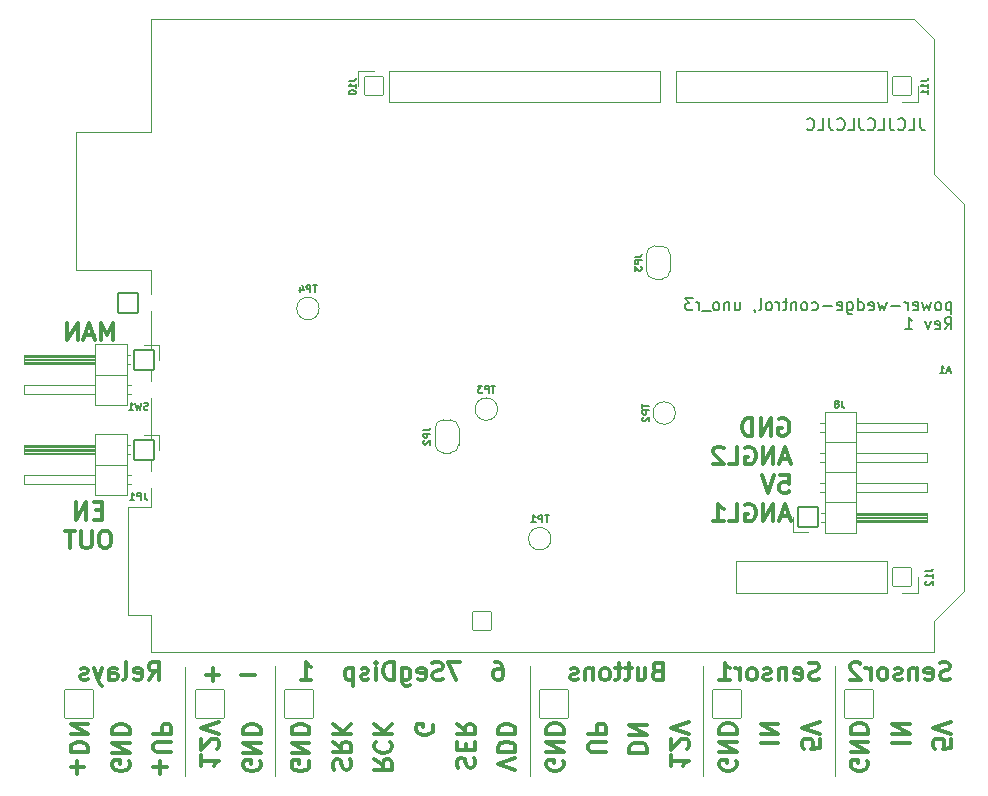
<source format=gbo>
%TF.GenerationSoftware,KiCad,Pcbnew,(6.0.1-0)*%
%TF.CreationDate,2022-02-06T09:10:28-08:00*%
%TF.ProjectId,power-wedge-control,706f7765-722d-4776-9564-67652d636f6e,1*%
%TF.SameCoordinates,Original*%
%TF.FileFunction,Legend,Bot*%
%TF.FilePolarity,Positive*%
%FSLAX46Y46*%
G04 Gerber Fmt 4.6, Leading zero omitted, Abs format (unit mm)*
G04 Created by KiCad (PCBNEW (6.0.1-0)) date 2022-02-06 09:10:28*
%MOMM*%
%LPD*%
G01*
G04 APERTURE LIST*
G04 Aperture macros list*
%AMRoundRect*
0 Rectangle with rounded corners*
0 $1 Rounding radius*
0 $2 $3 $4 $5 $6 $7 $8 $9 X,Y pos of 4 corners*
0 Add a 4 corners polygon primitive as box body*
4,1,4,$2,$3,$4,$5,$6,$7,$8,$9,$2,$3,0*
0 Add four circle primitives for the rounded corners*
1,1,$1+$1,$2,$3*
1,1,$1+$1,$4,$5*
1,1,$1+$1,$6,$7*
1,1,$1+$1,$8,$9*
0 Add four rect primitives between the rounded corners*
20,1,$1+$1,$2,$3,$4,$5,0*
20,1,$1+$1,$4,$5,$6,$7,0*
20,1,$1+$1,$6,$7,$8,$9,0*
20,1,$1+$1,$8,$9,$2,$3,0*%
%AMFreePoly0*
4,1,37,0.535921,0.785921,0.550800,0.750000,0.550800,-0.750000,0.535921,-0.785921,0.500000,-0.800800,0.000000,-0.800800,-0.012526,-0.795612,-0.080872,-0.794359,-0.095090,-0.792057,-0.230405,-0.749782,-0.243405,-0.743581,-0.361415,-0.665026,-0.372153,-0.655426,-0.463373,-0.546907,-0.470984,-0.534678,-0.528079,-0.404919,-0.531952,-0.391047,-0.549535,-0.256587,-0.548147,-0.256405,-0.550800,-0.250000,
-0.550800,0.250000,-0.550314,0.251174,-0.550158,0.263925,-0.528347,0.404002,-0.524136,0.417775,-0.463888,0.546100,-0.455980,0.558139,-0.362136,0.664397,-0.351168,0.673732,-0.231273,0.749380,-0.218125,0.755261,-0.081818,0.794218,-0.067547,0.796173,-0.011991,0.795833,0.000000,0.800800,0.500000,0.800800,0.535921,0.785921,0.535921,0.785921,$1*%
%AMFreePoly1*
4,1,37,0.012350,0.795685,0.074215,0.795307,0.088460,0.793178,0.224281,0.752559,0.237356,0.746518,0.356318,0.669411,0.367173,0.659942,0.459711,0.552545,0.467470,0.540411,0.526147,0.411359,0.530190,0.397535,0.550287,0.257202,0.550800,0.250000,0.550800,-0.250000,0.550796,-0.250620,0.550647,-0.262836,0.549947,-0.270644,0.526427,-0.410445,0.522048,-0.424167,0.460236,-0.551746,
0.452182,-0.563686,0.357047,-0.668790,0.345965,-0.677991,0.225155,-0.752168,0.211936,-0.757888,0.075163,-0.795177,0.060870,-0.796957,0.011464,-0.796051,0.000000,-0.800800,-0.500000,-0.800800,-0.535921,-0.785921,-0.550800,-0.750000,-0.550800,0.750000,-0.535921,0.785921,-0.500000,0.800800,0.000000,0.800800,0.012350,0.795685,0.012350,0.795685,$1*%
G04 Aperture macros list end*
%ADD10C,0.120000*%
%ADD11C,0.300000*%
%ADD12C,0.150000*%
%ADD13C,0.200000*%
%ADD14RoundRect,0.050800X-1.200000X-1.200000X1.200000X-1.200000X1.200000X1.200000X-1.200000X1.200000X0*%
%ADD15C,2.501600*%
%ADD16RoundRect,0.050800X0.850000X-0.850000X0.850000X0.850000X-0.850000X0.850000X-0.850000X-0.850000X0*%
%ADD17O,1.801600X1.801600*%
%ADD18C,1.601600*%
%ADD19FreePoly0,90.000000*%
%ADD20FreePoly1,90.000000*%
%ADD21RoundRect,0.050800X-0.800000X0.800000X-0.800000X-0.800000X0.800000X-0.800000X0.800000X0.800000X0*%
%ADD22C,1.701600*%
%ADD23O,1.701600X1.701600*%
%ADD24RoundRect,0.050800X0.850000X0.850000X-0.850000X0.850000X-0.850000X-0.850000X0.850000X-0.850000X0*%
%ADD25RoundRect,0.050800X-0.850000X-0.850000X0.850000X-0.850000X0.850000X0.850000X-0.850000X0.850000X0*%
%ADD26FreePoly0,270.000000*%
%ADD27FreePoly1,270.000000*%
%ADD28RoundRect,0.050800X0.800000X-0.800000X0.800000X0.800000X-0.800000X0.800000X-0.800000X-0.800000X0*%
G04 APERTURE END LIST*
D10*
X179832000Y-131470400D02*
X179832000Y-140766800D01*
X168656000Y-131470400D02*
X168656000Y-140766800D01*
X154025600Y-131470400D02*
X154025600Y-140766800D01*
X124866400Y-131495800D02*
X124866400Y-140792200D01*
X132435600Y-131445000D02*
X132435600Y-140741400D01*
D11*
X140859428Y-139361714D02*
X141573714Y-139861714D01*
X140859428Y-140218857D02*
X142359428Y-140218857D01*
X142359428Y-139647428D01*
X142288000Y-139504571D01*
X142216571Y-139433142D01*
X142073714Y-139361714D01*
X141859428Y-139361714D01*
X141716571Y-139433142D01*
X141645142Y-139504571D01*
X141573714Y-139647428D01*
X141573714Y-140218857D01*
X141002285Y-137861714D02*
X140930857Y-137933142D01*
X140859428Y-138147428D01*
X140859428Y-138290285D01*
X140930857Y-138504571D01*
X141073714Y-138647428D01*
X141216571Y-138718857D01*
X141502285Y-138790285D01*
X141716571Y-138790285D01*
X142002285Y-138718857D01*
X142145142Y-138647428D01*
X142288000Y-138504571D01*
X142359428Y-138290285D01*
X142359428Y-138147428D01*
X142288000Y-137933142D01*
X142216571Y-137861714D01*
X140859428Y-137218857D02*
X142359428Y-137218857D01*
X140859428Y-136361714D02*
X141716571Y-137004571D01*
X142359428Y-136361714D02*
X141502285Y-137218857D01*
D12*
X187067247Y-85075780D02*
X187067247Y-85790066D01*
X187114866Y-85932923D01*
X187210104Y-86028161D01*
X187352961Y-86075780D01*
X187448200Y-86075780D01*
X186114866Y-86075780D02*
X186591057Y-86075780D01*
X186591057Y-85075780D01*
X185210104Y-85980542D02*
X185257723Y-86028161D01*
X185400580Y-86075780D01*
X185495819Y-86075780D01*
X185638676Y-86028161D01*
X185733914Y-85932923D01*
X185781533Y-85837685D01*
X185829152Y-85647209D01*
X185829152Y-85504352D01*
X185781533Y-85313876D01*
X185733914Y-85218638D01*
X185638676Y-85123400D01*
X185495819Y-85075780D01*
X185400580Y-85075780D01*
X185257723Y-85123400D01*
X185210104Y-85171019D01*
X184495819Y-85075780D02*
X184495819Y-85790066D01*
X184543438Y-85932923D01*
X184638676Y-86028161D01*
X184781533Y-86075780D01*
X184876771Y-86075780D01*
X183543438Y-86075780D02*
X184019628Y-86075780D01*
X184019628Y-85075780D01*
X182638676Y-85980542D02*
X182686295Y-86028161D01*
X182829152Y-86075780D01*
X182924390Y-86075780D01*
X183067247Y-86028161D01*
X183162485Y-85932923D01*
X183210104Y-85837685D01*
X183257723Y-85647209D01*
X183257723Y-85504352D01*
X183210104Y-85313876D01*
X183162485Y-85218638D01*
X183067247Y-85123400D01*
X182924390Y-85075780D01*
X182829152Y-85075780D01*
X182686295Y-85123400D01*
X182638676Y-85171019D01*
X181924390Y-85075780D02*
X181924390Y-85790066D01*
X181972009Y-85932923D01*
X182067247Y-86028161D01*
X182210104Y-86075780D01*
X182305342Y-86075780D01*
X180972009Y-86075780D02*
X181448200Y-86075780D01*
X181448200Y-85075780D01*
X180067247Y-85980542D02*
X180114866Y-86028161D01*
X180257723Y-86075780D01*
X180352961Y-86075780D01*
X180495819Y-86028161D01*
X180591057Y-85932923D01*
X180638676Y-85837685D01*
X180686295Y-85647209D01*
X180686295Y-85504352D01*
X180638676Y-85313876D01*
X180591057Y-85218638D01*
X180495819Y-85123400D01*
X180352961Y-85075780D01*
X180257723Y-85075780D01*
X180114866Y-85123400D01*
X180067247Y-85171019D01*
X179352961Y-85075780D02*
X179352961Y-85790066D01*
X179400580Y-85932923D01*
X179495819Y-86028161D01*
X179638676Y-86075780D01*
X179733914Y-86075780D01*
X178400580Y-86075780D02*
X178876771Y-86075780D01*
X178876771Y-85075780D01*
X177495819Y-85980542D02*
X177543438Y-86028161D01*
X177686295Y-86075780D01*
X177781533Y-86075780D01*
X177924390Y-86028161D01*
X178019628Y-85932923D01*
X178067247Y-85837685D01*
X178114866Y-85647209D01*
X178114866Y-85504352D01*
X178067247Y-85313876D01*
X178019628Y-85218638D01*
X177924390Y-85123400D01*
X177781533Y-85075780D01*
X177686295Y-85075780D01*
X177543438Y-85123400D01*
X177495819Y-85171019D01*
D11*
X135288000Y-139504571D02*
X135359428Y-139647428D01*
X135359428Y-139861714D01*
X135288000Y-140076000D01*
X135145142Y-140218857D01*
X135002285Y-140290285D01*
X134716571Y-140361714D01*
X134502285Y-140361714D01*
X134216571Y-140290285D01*
X134073714Y-140218857D01*
X133930857Y-140076000D01*
X133859428Y-139861714D01*
X133859428Y-139718857D01*
X133930857Y-139504571D01*
X134002285Y-139433142D01*
X134502285Y-139433142D01*
X134502285Y-139718857D01*
X133859428Y-138790285D02*
X135359428Y-138790285D01*
X133859428Y-137933142D01*
X135359428Y-137933142D01*
X133859428Y-137218857D02*
X135359428Y-137218857D01*
X135359428Y-136861714D01*
X135288000Y-136647428D01*
X135145142Y-136504571D01*
X135002285Y-136433142D01*
X134716571Y-136361714D01*
X134502285Y-136361714D01*
X134216571Y-136433142D01*
X134073714Y-136504571D01*
X133930857Y-136647428D01*
X133859428Y-136861714D01*
X133859428Y-137218857D01*
X184709428Y-137954571D02*
X186209428Y-137954571D01*
X184709428Y-137240285D02*
X186209428Y-137240285D01*
X184709428Y-136383142D01*
X186209428Y-136383142D01*
X126209428Y-139026000D02*
X126209428Y-139883142D01*
X126209428Y-139454571D02*
X127709428Y-139454571D01*
X127495142Y-139597428D01*
X127352285Y-139740285D01*
X127280857Y-139883142D01*
X127566571Y-138454571D02*
X127638000Y-138383142D01*
X127709428Y-138240285D01*
X127709428Y-137883142D01*
X127638000Y-137740285D01*
X127566571Y-137668857D01*
X127423714Y-137597428D01*
X127280857Y-137597428D01*
X127066571Y-137668857D01*
X126209428Y-138526000D01*
X126209428Y-137597428D01*
X127709428Y-137168857D02*
X126209428Y-136668857D01*
X127709428Y-136168857D01*
X115716857Y-140605628D02*
X115716857Y-139462771D01*
X115145428Y-140034200D02*
X116288285Y-140034200D01*
X115145428Y-138748485D02*
X116645428Y-138748485D01*
X116645428Y-138391342D01*
X116574000Y-138177057D01*
X116431142Y-138034200D01*
X116288285Y-137962771D01*
X116002571Y-137891342D01*
X115788285Y-137891342D01*
X115502571Y-137962771D01*
X115359714Y-138034200D01*
X115216857Y-138177057D01*
X115145428Y-138391342D01*
X115145428Y-138748485D01*
X115145428Y-137248485D02*
X116645428Y-137248485D01*
X115145428Y-136391342D01*
X116645428Y-136391342D01*
X165959428Y-139026000D02*
X165959428Y-139883142D01*
X165959428Y-139454571D02*
X167459428Y-139454571D01*
X167245142Y-139597428D01*
X167102285Y-139740285D01*
X167030857Y-139883142D01*
X167316571Y-138454571D02*
X167388000Y-138383142D01*
X167459428Y-138240285D01*
X167459428Y-137883142D01*
X167388000Y-137740285D01*
X167316571Y-137668857D01*
X167173714Y-137597428D01*
X167030857Y-137597428D01*
X166816571Y-137668857D01*
X165959428Y-138526000D01*
X165959428Y-137597428D01*
X167459428Y-137168857D02*
X165959428Y-136668857D01*
X167459428Y-136168857D01*
X178509085Y-132585542D02*
X178294800Y-132656971D01*
X177937657Y-132656971D01*
X177794800Y-132585542D01*
X177723371Y-132514114D01*
X177651942Y-132371257D01*
X177651942Y-132228400D01*
X177723371Y-132085542D01*
X177794800Y-132014114D01*
X177937657Y-131942685D01*
X178223371Y-131871257D01*
X178366228Y-131799828D01*
X178437657Y-131728400D01*
X178509085Y-131585542D01*
X178509085Y-131442685D01*
X178437657Y-131299828D01*
X178366228Y-131228400D01*
X178223371Y-131156971D01*
X177866228Y-131156971D01*
X177651942Y-131228400D01*
X176437657Y-132585542D02*
X176580514Y-132656971D01*
X176866228Y-132656971D01*
X177009085Y-132585542D01*
X177080514Y-132442685D01*
X177080514Y-131871257D01*
X177009085Y-131728400D01*
X176866228Y-131656971D01*
X176580514Y-131656971D01*
X176437657Y-131728400D01*
X176366228Y-131871257D01*
X176366228Y-132014114D01*
X177080514Y-132156971D01*
X175723371Y-131656971D02*
X175723371Y-132656971D01*
X175723371Y-131799828D02*
X175651942Y-131728400D01*
X175509085Y-131656971D01*
X175294800Y-131656971D01*
X175151942Y-131728400D01*
X175080514Y-131871257D01*
X175080514Y-132656971D01*
X174437657Y-132585542D02*
X174294800Y-132656971D01*
X174009085Y-132656971D01*
X173866228Y-132585542D01*
X173794800Y-132442685D01*
X173794800Y-132371257D01*
X173866228Y-132228400D01*
X174009085Y-132156971D01*
X174223371Y-132156971D01*
X174366228Y-132085542D01*
X174437657Y-131942685D01*
X174437657Y-131871257D01*
X174366228Y-131728400D01*
X174223371Y-131656971D01*
X174009085Y-131656971D01*
X173866228Y-131728400D01*
X172937657Y-132656971D02*
X173080514Y-132585542D01*
X173151942Y-132514114D01*
X173223371Y-132371257D01*
X173223371Y-131942685D01*
X173151942Y-131799828D01*
X173080514Y-131728400D01*
X172937657Y-131656971D01*
X172723371Y-131656971D01*
X172580514Y-131728400D01*
X172509085Y-131799828D01*
X172437657Y-131942685D01*
X172437657Y-132371257D01*
X172509085Y-132514114D01*
X172580514Y-132585542D01*
X172723371Y-132656971D01*
X172937657Y-132656971D01*
X171794800Y-132656971D02*
X171794800Y-131656971D01*
X171794800Y-131942685D02*
X171723371Y-131799828D01*
X171651942Y-131728400D01*
X171509085Y-131656971D01*
X171366228Y-131656971D01*
X170080514Y-132656971D02*
X170937657Y-132656971D01*
X170509085Y-132656971D02*
X170509085Y-131156971D01*
X170651942Y-131371257D01*
X170794800Y-131514114D01*
X170937657Y-131585542D01*
X147932057Y-140076000D02*
X147860628Y-139861714D01*
X147860628Y-139504571D01*
X147932057Y-139361714D01*
X148003485Y-139290285D01*
X148146342Y-139218857D01*
X148289200Y-139218857D01*
X148432057Y-139290285D01*
X148503485Y-139361714D01*
X148574914Y-139504571D01*
X148646342Y-139790285D01*
X148717771Y-139933142D01*
X148789200Y-140004571D01*
X148932057Y-140076000D01*
X149074914Y-140076000D01*
X149217771Y-140004571D01*
X149289200Y-139933142D01*
X149360628Y-139790285D01*
X149360628Y-139433142D01*
X149289200Y-139218857D01*
X148646342Y-138576000D02*
X148646342Y-138076000D01*
X147860628Y-137861714D02*
X147860628Y-138576000D01*
X149360628Y-138576000D01*
X149360628Y-137861714D01*
X147860628Y-136361714D02*
X148574914Y-136861714D01*
X147860628Y-137218857D02*
X149360628Y-137218857D01*
X149360628Y-136647428D01*
X149289200Y-136504571D01*
X149217771Y-136433142D01*
X149074914Y-136361714D01*
X148860628Y-136361714D01*
X148717771Y-136433142D01*
X148646342Y-136504571D01*
X148574914Y-136647428D01*
X148574914Y-137218857D01*
X151062342Y-131106171D02*
X151348057Y-131106171D01*
X151490914Y-131177600D01*
X151562342Y-131249028D01*
X151705200Y-131463314D01*
X151776628Y-131749028D01*
X151776628Y-132320457D01*
X151705200Y-132463314D01*
X151633771Y-132534742D01*
X151490914Y-132606171D01*
X151205200Y-132606171D01*
X151062342Y-132534742D01*
X150990914Y-132463314D01*
X150919485Y-132320457D01*
X150919485Y-131963314D01*
X150990914Y-131820457D01*
X151062342Y-131749028D01*
X151205200Y-131677600D01*
X151490914Y-131677600D01*
X151633771Y-131749028D01*
X151705200Y-131820457D01*
X151776628Y-131963314D01*
X148133771Y-131106171D02*
X147133771Y-131106171D01*
X147776628Y-132606171D01*
X146633771Y-132534742D02*
X146419485Y-132606171D01*
X146062342Y-132606171D01*
X145919485Y-132534742D01*
X145848057Y-132463314D01*
X145776628Y-132320457D01*
X145776628Y-132177600D01*
X145848057Y-132034742D01*
X145919485Y-131963314D01*
X146062342Y-131891885D01*
X146348057Y-131820457D01*
X146490914Y-131749028D01*
X146562342Y-131677600D01*
X146633771Y-131534742D01*
X146633771Y-131391885D01*
X146562342Y-131249028D01*
X146490914Y-131177600D01*
X146348057Y-131106171D01*
X145990914Y-131106171D01*
X145776628Y-131177600D01*
X144562342Y-132534742D02*
X144705200Y-132606171D01*
X144990914Y-132606171D01*
X145133771Y-132534742D01*
X145205200Y-132391885D01*
X145205200Y-131820457D01*
X145133771Y-131677600D01*
X144990914Y-131606171D01*
X144705200Y-131606171D01*
X144562342Y-131677600D01*
X144490914Y-131820457D01*
X144490914Y-131963314D01*
X145205200Y-132106171D01*
X143205200Y-131606171D02*
X143205200Y-132820457D01*
X143276628Y-132963314D01*
X143348057Y-133034742D01*
X143490914Y-133106171D01*
X143705200Y-133106171D01*
X143848057Y-133034742D01*
X143205200Y-132534742D02*
X143348057Y-132606171D01*
X143633771Y-132606171D01*
X143776628Y-132534742D01*
X143848057Y-132463314D01*
X143919485Y-132320457D01*
X143919485Y-131891885D01*
X143848057Y-131749028D01*
X143776628Y-131677600D01*
X143633771Y-131606171D01*
X143348057Y-131606171D01*
X143205200Y-131677600D01*
X142490914Y-132606171D02*
X142490914Y-131106171D01*
X142133771Y-131106171D01*
X141919485Y-131177600D01*
X141776628Y-131320457D01*
X141705200Y-131463314D01*
X141633771Y-131749028D01*
X141633771Y-131963314D01*
X141705200Y-132249028D01*
X141776628Y-132391885D01*
X141919485Y-132534742D01*
X142133771Y-132606171D01*
X142490914Y-132606171D01*
X140990914Y-132606171D02*
X140990914Y-131606171D01*
X140990914Y-131106171D02*
X141062342Y-131177600D01*
X140990914Y-131249028D01*
X140919485Y-131177600D01*
X140990914Y-131106171D01*
X140990914Y-131249028D01*
X140348057Y-132534742D02*
X140205200Y-132606171D01*
X139919485Y-132606171D01*
X139776628Y-132534742D01*
X139705200Y-132391885D01*
X139705200Y-132320457D01*
X139776628Y-132177600D01*
X139919485Y-132106171D01*
X140133771Y-132106171D01*
X140276628Y-132034742D01*
X140348057Y-131891885D01*
X140348057Y-131820457D01*
X140276628Y-131677600D01*
X140133771Y-131606171D01*
X139919485Y-131606171D01*
X139776628Y-131677600D01*
X139062342Y-131606171D02*
X139062342Y-133106171D01*
X139062342Y-131677600D02*
X138919485Y-131606171D01*
X138633771Y-131606171D01*
X138490914Y-131677600D01*
X138419485Y-131749028D01*
X138348057Y-131891885D01*
X138348057Y-132320457D01*
X138419485Y-132463314D01*
X138490914Y-132534742D01*
X138633771Y-132606171D01*
X138919485Y-132606171D01*
X139062342Y-132534742D01*
X134633771Y-132606171D02*
X135490914Y-132606171D01*
X135062342Y-132606171D02*
X135062342Y-131106171D01*
X135205200Y-131320457D01*
X135348057Y-131463314D01*
X135490914Y-131534742D01*
X156838000Y-139454571D02*
X156909428Y-139597428D01*
X156909428Y-139811714D01*
X156838000Y-140026000D01*
X156695142Y-140168857D01*
X156552285Y-140240285D01*
X156266571Y-140311714D01*
X156052285Y-140311714D01*
X155766571Y-140240285D01*
X155623714Y-140168857D01*
X155480857Y-140026000D01*
X155409428Y-139811714D01*
X155409428Y-139668857D01*
X155480857Y-139454571D01*
X155552285Y-139383142D01*
X156052285Y-139383142D01*
X156052285Y-139668857D01*
X155409428Y-138740285D02*
X156909428Y-138740285D01*
X155409428Y-137883142D01*
X156909428Y-137883142D01*
X155409428Y-137168857D02*
X156909428Y-137168857D01*
X156909428Y-136811714D01*
X156838000Y-136597428D01*
X156695142Y-136454571D01*
X156552285Y-136383142D01*
X156266571Y-136311714D01*
X156052285Y-136311714D01*
X155766571Y-136383142D01*
X155623714Y-136454571D01*
X155480857Y-136597428D01*
X155409428Y-136811714D01*
X155409428Y-137168857D01*
X130747828Y-132187142D02*
X129604971Y-132187142D01*
X127747828Y-132187142D02*
X126604971Y-132187142D01*
X127176400Y-132758571D02*
X127176400Y-131615714D01*
X137430857Y-140218857D02*
X137359428Y-140004571D01*
X137359428Y-139647428D01*
X137430857Y-139504571D01*
X137502285Y-139433142D01*
X137645142Y-139361714D01*
X137788000Y-139361714D01*
X137930857Y-139433142D01*
X138002285Y-139504571D01*
X138073714Y-139647428D01*
X138145142Y-139933142D01*
X138216571Y-140076000D01*
X138288000Y-140147428D01*
X138430857Y-140218857D01*
X138573714Y-140218857D01*
X138716571Y-140147428D01*
X138788000Y-140076000D01*
X138859428Y-139933142D01*
X138859428Y-139576000D01*
X138788000Y-139361714D01*
X137359428Y-137861714D02*
X138073714Y-138361714D01*
X137359428Y-138718857D02*
X138859428Y-138718857D01*
X138859428Y-138147428D01*
X138788000Y-138004571D01*
X138716571Y-137933142D01*
X138573714Y-137861714D01*
X138359428Y-137861714D01*
X138216571Y-137933142D01*
X138145142Y-138004571D01*
X138073714Y-138147428D01*
X138073714Y-138718857D01*
X137359428Y-137218857D02*
X138859428Y-137218857D01*
X137359428Y-136361714D02*
X138216571Y-137004571D01*
X138859428Y-136361714D02*
X138002285Y-137218857D01*
X162459428Y-138790285D02*
X163959428Y-138790285D01*
X163959428Y-138433142D01*
X163888000Y-138218857D01*
X163745142Y-138076000D01*
X163602285Y-138004571D01*
X163316571Y-137933142D01*
X163102285Y-137933142D01*
X162816571Y-138004571D01*
X162673714Y-138076000D01*
X162530857Y-138218857D01*
X162459428Y-138433142D01*
X162459428Y-138790285D01*
X162459428Y-137290285D02*
X163959428Y-137290285D01*
X162459428Y-136433142D01*
X163959428Y-136433142D01*
X160459428Y-138748485D02*
X159245142Y-138748485D01*
X159102285Y-138677057D01*
X159030857Y-138605628D01*
X158959428Y-138462771D01*
X158959428Y-138177057D01*
X159030857Y-138034200D01*
X159102285Y-137962771D01*
X159245142Y-137891342D01*
X160459428Y-137891342D01*
X158959428Y-137177057D02*
X160459428Y-137177057D01*
X160459428Y-136605628D01*
X160388000Y-136462771D01*
X160316571Y-136391342D01*
X160173714Y-136319914D01*
X159959428Y-136319914D01*
X159816571Y-136391342D01*
X159745142Y-136462771D01*
X159673714Y-136605628D01*
X159673714Y-137177057D01*
X117807142Y-118285357D02*
X117307142Y-118285357D01*
X117092857Y-119071071D02*
X117807142Y-119071071D01*
X117807142Y-117571071D01*
X117092857Y-117571071D01*
X116450000Y-119071071D02*
X116450000Y-117571071D01*
X115592857Y-119071071D01*
X115592857Y-117571071D01*
X118200000Y-119986071D02*
X117914285Y-119986071D01*
X117771428Y-120057500D01*
X117628571Y-120200357D01*
X117557142Y-120486071D01*
X117557142Y-120986071D01*
X117628571Y-121271785D01*
X117771428Y-121414642D01*
X117914285Y-121486071D01*
X118200000Y-121486071D01*
X118342857Y-121414642D01*
X118485714Y-121271785D01*
X118557142Y-120986071D01*
X118557142Y-120486071D01*
X118485714Y-120200357D01*
X118342857Y-120057500D01*
X118200000Y-119986071D01*
X116914285Y-119986071D02*
X116914285Y-121200357D01*
X116842857Y-121343214D01*
X116771428Y-121414642D01*
X116628571Y-121486071D01*
X116342857Y-121486071D01*
X116200000Y-121414642D01*
X116128571Y-121343214D01*
X116057142Y-121200357D01*
X116057142Y-119986071D01*
X115557142Y-119986071D02*
X114700000Y-119986071D01*
X115128571Y-121486071D02*
X115128571Y-119986071D01*
X145788000Y-136433142D02*
X145859428Y-136576000D01*
X145859428Y-136790285D01*
X145788000Y-137004571D01*
X145645142Y-137147428D01*
X145502285Y-137218857D01*
X145216571Y-137290285D01*
X145002285Y-137290285D01*
X144716571Y-137218857D01*
X144573714Y-137147428D01*
X144430857Y-137004571D01*
X144359428Y-136790285D01*
X144359428Y-136647428D01*
X144430857Y-136433142D01*
X144502285Y-136361714D01*
X145002285Y-136361714D01*
X145002285Y-136647428D01*
X122727257Y-140605628D02*
X122727257Y-139462771D01*
X122155828Y-140034200D02*
X123298685Y-140034200D01*
X123655828Y-138748485D02*
X122441542Y-138748485D01*
X122298685Y-138677057D01*
X122227257Y-138605628D01*
X122155828Y-138462771D01*
X122155828Y-138177057D01*
X122227257Y-138034200D01*
X122298685Y-137962771D01*
X122441542Y-137891342D01*
X123655828Y-137891342D01*
X122155828Y-137177057D02*
X123655828Y-137177057D01*
X123655828Y-136605628D01*
X123584400Y-136462771D01*
X123512971Y-136391342D01*
X123370114Y-136319914D01*
X123155828Y-136319914D01*
X123012971Y-136391342D01*
X122941542Y-136462771D01*
X122870114Y-136605628D01*
X122870114Y-137177057D01*
X189695828Y-137668857D02*
X189695828Y-138383142D01*
X188981542Y-138454571D01*
X189052971Y-138383142D01*
X189124400Y-138240285D01*
X189124400Y-137883142D01*
X189052971Y-137740285D01*
X188981542Y-137668857D01*
X188838685Y-137597428D01*
X188481542Y-137597428D01*
X188338685Y-137668857D01*
X188267257Y-137740285D01*
X188195828Y-137883142D01*
X188195828Y-138240285D01*
X188267257Y-138383142D01*
X188338685Y-138454571D01*
X189695828Y-137168857D02*
X188195828Y-136668857D01*
X189695828Y-136168857D01*
X171488800Y-139454571D02*
X171560228Y-139597428D01*
X171560228Y-139811714D01*
X171488800Y-140026000D01*
X171345942Y-140168857D01*
X171203085Y-140240285D01*
X170917371Y-140311714D01*
X170703085Y-140311714D01*
X170417371Y-140240285D01*
X170274514Y-140168857D01*
X170131657Y-140026000D01*
X170060228Y-139811714D01*
X170060228Y-139668857D01*
X170131657Y-139454571D01*
X170203085Y-139383142D01*
X170703085Y-139383142D01*
X170703085Y-139668857D01*
X170060228Y-138740285D02*
X171560228Y-138740285D01*
X170060228Y-137883142D01*
X171560228Y-137883142D01*
X170060228Y-137168857D02*
X171560228Y-137168857D01*
X171560228Y-136811714D01*
X171488800Y-136597428D01*
X171345942Y-136454571D01*
X171203085Y-136383142D01*
X170917371Y-136311714D01*
X170703085Y-136311714D01*
X170417371Y-136383142D01*
X170274514Y-136454571D01*
X170131657Y-136597428D01*
X170060228Y-136811714D01*
X170060228Y-137168857D01*
X175141342Y-110537100D02*
X175284200Y-110465671D01*
X175498485Y-110465671D01*
X175712771Y-110537100D01*
X175855628Y-110679957D01*
X175927057Y-110822814D01*
X175998485Y-111108528D01*
X175998485Y-111322814D01*
X175927057Y-111608528D01*
X175855628Y-111751385D01*
X175712771Y-111894242D01*
X175498485Y-111965671D01*
X175355628Y-111965671D01*
X175141342Y-111894242D01*
X175069914Y-111822814D01*
X175069914Y-111322814D01*
X175355628Y-111322814D01*
X174427057Y-111965671D02*
X174427057Y-110465671D01*
X173569914Y-111965671D01*
X173569914Y-110465671D01*
X172855628Y-111965671D02*
X172855628Y-110465671D01*
X172498485Y-110465671D01*
X172284200Y-110537100D01*
X172141342Y-110679957D01*
X172069914Y-110822814D01*
X171998485Y-111108528D01*
X171998485Y-111322814D01*
X172069914Y-111608528D01*
X172141342Y-111751385D01*
X172284200Y-111894242D01*
X172498485Y-111965671D01*
X172855628Y-111965671D01*
X175998485Y-113952100D02*
X175284200Y-113952100D01*
X176141342Y-114380671D02*
X175641342Y-112880671D01*
X175141342Y-114380671D01*
X174641342Y-114380671D02*
X174641342Y-112880671D01*
X173784200Y-114380671D01*
X173784200Y-112880671D01*
X172284200Y-112952100D02*
X172427057Y-112880671D01*
X172641342Y-112880671D01*
X172855628Y-112952100D01*
X172998485Y-113094957D01*
X173069914Y-113237814D01*
X173141342Y-113523528D01*
X173141342Y-113737814D01*
X173069914Y-114023528D01*
X172998485Y-114166385D01*
X172855628Y-114309242D01*
X172641342Y-114380671D01*
X172498485Y-114380671D01*
X172284200Y-114309242D01*
X172212771Y-114237814D01*
X172212771Y-113737814D01*
X172498485Y-113737814D01*
X170855628Y-114380671D02*
X171569914Y-114380671D01*
X171569914Y-112880671D01*
X170427057Y-113023528D02*
X170355628Y-112952100D01*
X170212771Y-112880671D01*
X169855628Y-112880671D01*
X169712771Y-112952100D01*
X169641342Y-113023528D01*
X169569914Y-113166385D01*
X169569914Y-113309242D01*
X169641342Y-113523528D01*
X170498485Y-114380671D01*
X169569914Y-114380671D01*
X175212771Y-115295671D02*
X175927057Y-115295671D01*
X175998485Y-116009957D01*
X175927057Y-115938528D01*
X175784200Y-115867100D01*
X175427057Y-115867100D01*
X175284200Y-115938528D01*
X175212771Y-116009957D01*
X175141342Y-116152814D01*
X175141342Y-116509957D01*
X175212771Y-116652814D01*
X175284200Y-116724242D01*
X175427057Y-116795671D01*
X175784200Y-116795671D01*
X175927057Y-116724242D01*
X175998485Y-116652814D01*
X174712771Y-115295671D02*
X174212771Y-116795671D01*
X173712771Y-115295671D01*
X175998485Y-118782100D02*
X175284200Y-118782100D01*
X176141342Y-119210671D02*
X175641342Y-117710671D01*
X175141342Y-119210671D01*
X174641342Y-119210671D02*
X174641342Y-117710671D01*
X173784200Y-119210671D01*
X173784200Y-117710671D01*
X172284200Y-117782100D02*
X172427057Y-117710671D01*
X172641342Y-117710671D01*
X172855628Y-117782100D01*
X172998485Y-117924957D01*
X173069914Y-118067814D01*
X173141342Y-118353528D01*
X173141342Y-118567814D01*
X173069914Y-118853528D01*
X172998485Y-118996385D01*
X172855628Y-119139242D01*
X172641342Y-119210671D01*
X172498485Y-119210671D01*
X172284200Y-119139242D01*
X172212771Y-119067814D01*
X172212771Y-118567814D01*
X172498485Y-118567814D01*
X170855628Y-119210671D02*
X171569914Y-119210671D01*
X171569914Y-117710671D01*
X169569914Y-119210671D02*
X170427057Y-119210671D01*
X169998485Y-119210671D02*
X169998485Y-117710671D01*
X170141342Y-117924957D01*
X170284200Y-118067814D01*
X170427057Y-118139242D01*
X189583485Y-132534742D02*
X189369200Y-132606171D01*
X189012057Y-132606171D01*
X188869200Y-132534742D01*
X188797771Y-132463314D01*
X188726342Y-132320457D01*
X188726342Y-132177600D01*
X188797771Y-132034742D01*
X188869200Y-131963314D01*
X189012057Y-131891885D01*
X189297771Y-131820457D01*
X189440628Y-131749028D01*
X189512057Y-131677600D01*
X189583485Y-131534742D01*
X189583485Y-131391885D01*
X189512057Y-131249028D01*
X189440628Y-131177600D01*
X189297771Y-131106171D01*
X188940628Y-131106171D01*
X188726342Y-131177600D01*
X187512057Y-132534742D02*
X187654914Y-132606171D01*
X187940628Y-132606171D01*
X188083485Y-132534742D01*
X188154914Y-132391885D01*
X188154914Y-131820457D01*
X188083485Y-131677600D01*
X187940628Y-131606171D01*
X187654914Y-131606171D01*
X187512057Y-131677600D01*
X187440628Y-131820457D01*
X187440628Y-131963314D01*
X188154914Y-132106171D01*
X186797771Y-131606171D02*
X186797771Y-132606171D01*
X186797771Y-131749028D02*
X186726342Y-131677600D01*
X186583485Y-131606171D01*
X186369200Y-131606171D01*
X186226342Y-131677600D01*
X186154914Y-131820457D01*
X186154914Y-132606171D01*
X185512057Y-132534742D02*
X185369200Y-132606171D01*
X185083485Y-132606171D01*
X184940628Y-132534742D01*
X184869200Y-132391885D01*
X184869200Y-132320457D01*
X184940628Y-132177600D01*
X185083485Y-132106171D01*
X185297771Y-132106171D01*
X185440628Y-132034742D01*
X185512057Y-131891885D01*
X185512057Y-131820457D01*
X185440628Y-131677600D01*
X185297771Y-131606171D01*
X185083485Y-131606171D01*
X184940628Y-131677600D01*
X184012057Y-132606171D02*
X184154914Y-132534742D01*
X184226342Y-132463314D01*
X184297771Y-132320457D01*
X184297771Y-131891885D01*
X184226342Y-131749028D01*
X184154914Y-131677600D01*
X184012057Y-131606171D01*
X183797771Y-131606171D01*
X183654914Y-131677600D01*
X183583485Y-131749028D01*
X183512057Y-131891885D01*
X183512057Y-132320457D01*
X183583485Y-132463314D01*
X183654914Y-132534742D01*
X183797771Y-132606171D01*
X184012057Y-132606171D01*
X182869200Y-132606171D02*
X182869200Y-131606171D01*
X182869200Y-131891885D02*
X182797771Y-131749028D01*
X182726342Y-131677600D01*
X182583485Y-131606171D01*
X182440628Y-131606171D01*
X182012057Y-131249028D02*
X181940628Y-131177600D01*
X181797771Y-131106171D01*
X181440628Y-131106171D01*
X181297771Y-131177600D01*
X181226342Y-131249028D01*
X181154914Y-131391885D01*
X181154914Y-131534742D01*
X181226342Y-131749028D01*
X182083485Y-132606171D01*
X181154914Y-132606171D01*
X182614000Y-139454571D02*
X182685428Y-139597428D01*
X182685428Y-139811714D01*
X182614000Y-140026000D01*
X182471142Y-140168857D01*
X182328285Y-140240285D01*
X182042571Y-140311714D01*
X181828285Y-140311714D01*
X181542571Y-140240285D01*
X181399714Y-140168857D01*
X181256857Y-140026000D01*
X181185428Y-139811714D01*
X181185428Y-139668857D01*
X181256857Y-139454571D01*
X181328285Y-139383142D01*
X181828285Y-139383142D01*
X181828285Y-139668857D01*
X181185428Y-138740285D02*
X182685428Y-138740285D01*
X181185428Y-137883142D01*
X182685428Y-137883142D01*
X181185428Y-137168857D02*
X182685428Y-137168857D01*
X182685428Y-136811714D01*
X182614000Y-136597428D01*
X182471142Y-136454571D01*
X182328285Y-136383142D01*
X182042571Y-136311714D01*
X181828285Y-136311714D01*
X181542571Y-136383142D01*
X181399714Y-136454571D01*
X181256857Y-136597428D01*
X181185428Y-136811714D01*
X181185428Y-137168857D01*
X121757771Y-132606171D02*
X122257771Y-131891885D01*
X122614914Y-132606171D02*
X122614914Y-131106171D01*
X122043485Y-131106171D01*
X121900628Y-131177600D01*
X121829200Y-131249028D01*
X121757771Y-131391885D01*
X121757771Y-131606171D01*
X121829200Y-131749028D01*
X121900628Y-131820457D01*
X122043485Y-131891885D01*
X122614914Y-131891885D01*
X120543485Y-132534742D02*
X120686342Y-132606171D01*
X120972057Y-132606171D01*
X121114914Y-132534742D01*
X121186342Y-132391885D01*
X121186342Y-131820457D01*
X121114914Y-131677600D01*
X120972057Y-131606171D01*
X120686342Y-131606171D01*
X120543485Y-131677600D01*
X120472057Y-131820457D01*
X120472057Y-131963314D01*
X121186342Y-132106171D01*
X119614914Y-132606171D02*
X119757771Y-132534742D01*
X119829200Y-132391885D01*
X119829200Y-131106171D01*
X118400628Y-132606171D02*
X118400628Y-131820457D01*
X118472057Y-131677600D01*
X118614914Y-131606171D01*
X118900628Y-131606171D01*
X119043485Y-131677600D01*
X118400628Y-132534742D02*
X118543485Y-132606171D01*
X118900628Y-132606171D01*
X119043485Y-132534742D01*
X119114914Y-132391885D01*
X119114914Y-132249028D01*
X119043485Y-132106171D01*
X118900628Y-132034742D01*
X118543485Y-132034742D01*
X118400628Y-131963314D01*
X117829200Y-131606171D02*
X117472057Y-132606171D01*
X117114914Y-131606171D02*
X117472057Y-132606171D01*
X117614914Y-132963314D01*
X117686342Y-133034742D01*
X117829200Y-133106171D01*
X116614914Y-132534742D02*
X116472057Y-132606171D01*
X116186342Y-132606171D01*
X116043485Y-132534742D01*
X115972057Y-132391885D01*
X115972057Y-132320457D01*
X116043485Y-132177600D01*
X116186342Y-132106171D01*
X116400628Y-132106171D01*
X116543485Y-132034742D01*
X116614914Y-131891885D01*
X116614914Y-131820457D01*
X116543485Y-131677600D01*
X116400628Y-131606171D01*
X116186342Y-131606171D01*
X116043485Y-131677600D01*
X152809428Y-140218857D02*
X151309428Y-139718857D01*
X152809428Y-139218857D01*
X151309428Y-138718857D02*
X152809428Y-138718857D01*
X152809428Y-138361714D01*
X152738000Y-138147428D01*
X152595142Y-138004571D01*
X152452285Y-137933142D01*
X152166571Y-137861714D01*
X151952285Y-137861714D01*
X151666571Y-137933142D01*
X151523714Y-138004571D01*
X151380857Y-138147428D01*
X151309428Y-138361714D01*
X151309428Y-138718857D01*
X151309428Y-137218857D02*
X152809428Y-137218857D01*
X152809428Y-136861714D01*
X152738000Y-136647428D01*
X152595142Y-136504571D01*
X152452285Y-136433142D01*
X152166571Y-136361714D01*
X151952285Y-136361714D01*
X151666571Y-136433142D01*
X151523714Y-136504571D01*
X151380857Y-136647428D01*
X151309428Y-136861714D01*
X151309428Y-137218857D01*
X120088000Y-139504571D02*
X120159428Y-139647428D01*
X120159428Y-139861714D01*
X120088000Y-140076000D01*
X119945142Y-140218857D01*
X119802285Y-140290285D01*
X119516571Y-140361714D01*
X119302285Y-140361714D01*
X119016571Y-140290285D01*
X118873714Y-140218857D01*
X118730857Y-140076000D01*
X118659428Y-139861714D01*
X118659428Y-139718857D01*
X118730857Y-139504571D01*
X118802285Y-139433142D01*
X119302285Y-139433142D01*
X119302285Y-139718857D01*
X118659428Y-138790285D02*
X120159428Y-138790285D01*
X118659428Y-137933142D01*
X120159428Y-137933142D01*
X118659428Y-137218857D02*
X120159428Y-137218857D01*
X120159428Y-136861714D01*
X120088000Y-136647428D01*
X119945142Y-136504571D01*
X119802285Y-136433142D01*
X119516571Y-136361714D01*
X119302285Y-136361714D01*
X119016571Y-136433142D01*
X118873714Y-136504571D01*
X118730857Y-136647428D01*
X118659428Y-136861714D01*
X118659428Y-137218857D01*
X178559428Y-137668857D02*
X178559428Y-138383142D01*
X177845142Y-138454571D01*
X177916571Y-138383142D01*
X177988000Y-138240285D01*
X177988000Y-137883142D01*
X177916571Y-137740285D01*
X177845142Y-137668857D01*
X177702285Y-137597428D01*
X177345142Y-137597428D01*
X177202285Y-137668857D01*
X177130857Y-137740285D01*
X177059428Y-137883142D01*
X177059428Y-138240285D01*
X177130857Y-138383142D01*
X177202285Y-138454571D01*
X178559428Y-137168857D02*
X177059428Y-136668857D01*
X178559428Y-136168857D01*
X131188000Y-139504571D02*
X131259428Y-139647428D01*
X131259428Y-139861714D01*
X131188000Y-140076000D01*
X131045142Y-140218857D01*
X130902285Y-140290285D01*
X130616571Y-140361714D01*
X130402285Y-140361714D01*
X130116571Y-140290285D01*
X129973714Y-140218857D01*
X129830857Y-140076000D01*
X129759428Y-139861714D01*
X129759428Y-139718857D01*
X129830857Y-139504571D01*
X129902285Y-139433142D01*
X130402285Y-139433142D01*
X130402285Y-139718857D01*
X129759428Y-138790285D02*
X131259428Y-138790285D01*
X129759428Y-137933142D01*
X131259428Y-137933142D01*
X129759428Y-137218857D02*
X131259428Y-137218857D01*
X131259428Y-136861714D01*
X131188000Y-136647428D01*
X131045142Y-136504571D01*
X130902285Y-136433142D01*
X130616571Y-136361714D01*
X130402285Y-136361714D01*
X130116571Y-136433142D01*
X129973714Y-136504571D01*
X129830857Y-136647428D01*
X129759428Y-136861714D01*
X129759428Y-137218857D01*
X164784457Y-131871257D02*
X164570171Y-131942685D01*
X164498742Y-132014114D01*
X164427314Y-132156971D01*
X164427314Y-132371257D01*
X164498742Y-132514114D01*
X164570171Y-132585542D01*
X164713028Y-132656971D01*
X165284457Y-132656971D01*
X165284457Y-131156971D01*
X164784457Y-131156971D01*
X164641600Y-131228400D01*
X164570171Y-131299828D01*
X164498742Y-131442685D01*
X164498742Y-131585542D01*
X164570171Y-131728400D01*
X164641600Y-131799828D01*
X164784457Y-131871257D01*
X165284457Y-131871257D01*
X163141600Y-131656971D02*
X163141600Y-132656971D01*
X163784457Y-131656971D02*
X163784457Y-132442685D01*
X163713028Y-132585542D01*
X163570171Y-132656971D01*
X163355885Y-132656971D01*
X163213028Y-132585542D01*
X163141600Y-132514114D01*
X162641600Y-131656971D02*
X162070171Y-131656971D01*
X162427314Y-131156971D02*
X162427314Y-132442685D01*
X162355885Y-132585542D01*
X162213028Y-132656971D01*
X162070171Y-132656971D01*
X161784457Y-131656971D02*
X161213028Y-131656971D01*
X161570171Y-131156971D02*
X161570171Y-132442685D01*
X161498742Y-132585542D01*
X161355885Y-132656971D01*
X161213028Y-132656971D01*
X160498742Y-132656971D02*
X160641600Y-132585542D01*
X160713028Y-132514114D01*
X160784457Y-132371257D01*
X160784457Y-131942685D01*
X160713028Y-131799828D01*
X160641600Y-131728400D01*
X160498742Y-131656971D01*
X160284457Y-131656971D01*
X160141600Y-131728400D01*
X160070171Y-131799828D01*
X159998742Y-131942685D01*
X159998742Y-132371257D01*
X160070171Y-132514114D01*
X160141600Y-132585542D01*
X160284457Y-132656971D01*
X160498742Y-132656971D01*
X159355885Y-131656971D02*
X159355885Y-132656971D01*
X159355885Y-131799828D02*
X159284457Y-131728400D01*
X159141600Y-131656971D01*
X158927314Y-131656971D01*
X158784457Y-131728400D01*
X158713028Y-131871257D01*
X158713028Y-132656971D01*
X158070171Y-132585542D02*
X157927314Y-132656971D01*
X157641600Y-132656971D01*
X157498742Y-132585542D01*
X157427314Y-132442685D01*
X157427314Y-132371257D01*
X157498742Y-132228400D01*
X157641600Y-132156971D01*
X157855885Y-132156971D01*
X157998742Y-132085542D01*
X158070171Y-131942685D01*
X158070171Y-131871257D01*
X157998742Y-131728400D01*
X157855885Y-131656971D01*
X157641600Y-131656971D01*
X157498742Y-131728400D01*
X118728571Y-103878571D02*
X118728571Y-102378571D01*
X118228571Y-103450000D01*
X117728571Y-102378571D01*
X117728571Y-103878571D01*
X117085714Y-103450000D02*
X116371428Y-103450000D01*
X117228571Y-103878571D02*
X116728571Y-102378571D01*
X116228571Y-103878571D01*
X115728571Y-103878571D02*
X115728571Y-102378571D01*
X114871428Y-103878571D01*
X114871428Y-102378571D01*
X173559428Y-137954571D02*
X175059428Y-137954571D01*
X173559428Y-137240285D02*
X175059428Y-137240285D01*
X173559428Y-136383142D01*
X175059428Y-136383142D01*
D13*
X189719904Y-100661714D02*
X189719904Y-101661714D01*
X189719904Y-100709333D02*
X189624666Y-100661714D01*
X189434190Y-100661714D01*
X189338952Y-100709333D01*
X189291333Y-100756952D01*
X189243714Y-100852190D01*
X189243714Y-101137904D01*
X189291333Y-101233142D01*
X189338952Y-101280761D01*
X189434190Y-101328380D01*
X189624666Y-101328380D01*
X189719904Y-101280761D01*
X188672285Y-101328380D02*
X188767523Y-101280761D01*
X188815142Y-101233142D01*
X188862761Y-101137904D01*
X188862761Y-100852190D01*
X188815142Y-100756952D01*
X188767523Y-100709333D01*
X188672285Y-100661714D01*
X188529428Y-100661714D01*
X188434190Y-100709333D01*
X188386571Y-100756952D01*
X188338952Y-100852190D01*
X188338952Y-101137904D01*
X188386571Y-101233142D01*
X188434190Y-101280761D01*
X188529428Y-101328380D01*
X188672285Y-101328380D01*
X188005619Y-100661714D02*
X187815142Y-101328380D01*
X187624666Y-100852190D01*
X187434190Y-101328380D01*
X187243714Y-100661714D01*
X186481809Y-101280761D02*
X186577047Y-101328380D01*
X186767523Y-101328380D01*
X186862761Y-101280761D01*
X186910380Y-101185523D01*
X186910380Y-100804571D01*
X186862761Y-100709333D01*
X186767523Y-100661714D01*
X186577047Y-100661714D01*
X186481809Y-100709333D01*
X186434190Y-100804571D01*
X186434190Y-100899809D01*
X186910380Y-100995047D01*
X186005619Y-101328380D02*
X186005619Y-100661714D01*
X186005619Y-100852190D02*
X185958000Y-100756952D01*
X185910380Y-100709333D01*
X185815142Y-100661714D01*
X185719904Y-100661714D01*
X185386571Y-100947428D02*
X184624666Y-100947428D01*
X184243714Y-100661714D02*
X184053238Y-101328380D01*
X183862761Y-100852190D01*
X183672285Y-101328380D01*
X183481809Y-100661714D01*
X182719904Y-101280761D02*
X182815142Y-101328380D01*
X183005619Y-101328380D01*
X183100857Y-101280761D01*
X183148476Y-101185523D01*
X183148476Y-100804571D01*
X183100857Y-100709333D01*
X183005619Y-100661714D01*
X182815142Y-100661714D01*
X182719904Y-100709333D01*
X182672285Y-100804571D01*
X182672285Y-100899809D01*
X183148476Y-100995047D01*
X181815142Y-101328380D02*
X181815142Y-100328380D01*
X181815142Y-101280761D02*
X181910380Y-101328380D01*
X182100857Y-101328380D01*
X182196095Y-101280761D01*
X182243714Y-101233142D01*
X182291333Y-101137904D01*
X182291333Y-100852190D01*
X182243714Y-100756952D01*
X182196095Y-100709333D01*
X182100857Y-100661714D01*
X181910380Y-100661714D01*
X181815142Y-100709333D01*
X180910380Y-100661714D02*
X180910380Y-101471238D01*
X180958000Y-101566476D01*
X181005619Y-101614095D01*
X181100857Y-101661714D01*
X181243714Y-101661714D01*
X181338952Y-101614095D01*
X180910380Y-101280761D02*
X181005619Y-101328380D01*
X181196095Y-101328380D01*
X181291333Y-101280761D01*
X181338952Y-101233142D01*
X181386571Y-101137904D01*
X181386571Y-100852190D01*
X181338952Y-100756952D01*
X181291333Y-100709333D01*
X181196095Y-100661714D01*
X181005619Y-100661714D01*
X180910380Y-100709333D01*
X180053238Y-101280761D02*
X180148476Y-101328380D01*
X180338952Y-101328380D01*
X180434190Y-101280761D01*
X180481809Y-101185523D01*
X180481809Y-100804571D01*
X180434190Y-100709333D01*
X180338952Y-100661714D01*
X180148476Y-100661714D01*
X180053238Y-100709333D01*
X180005619Y-100804571D01*
X180005619Y-100899809D01*
X180481809Y-100995047D01*
X179577047Y-100947428D02*
X178815142Y-100947428D01*
X177910380Y-101280761D02*
X178005619Y-101328380D01*
X178196095Y-101328380D01*
X178291333Y-101280761D01*
X178338952Y-101233142D01*
X178386571Y-101137904D01*
X178386571Y-100852190D01*
X178338952Y-100756952D01*
X178291333Y-100709333D01*
X178196095Y-100661714D01*
X178005619Y-100661714D01*
X177910380Y-100709333D01*
X177338952Y-101328380D02*
X177434190Y-101280761D01*
X177481809Y-101233142D01*
X177529428Y-101137904D01*
X177529428Y-100852190D01*
X177481809Y-100756952D01*
X177434190Y-100709333D01*
X177338952Y-100661714D01*
X177196095Y-100661714D01*
X177100857Y-100709333D01*
X177053238Y-100756952D01*
X177005619Y-100852190D01*
X177005619Y-101137904D01*
X177053238Y-101233142D01*
X177100857Y-101280761D01*
X177196095Y-101328380D01*
X177338952Y-101328380D01*
X176577047Y-100661714D02*
X176577047Y-101328380D01*
X176577047Y-100756952D02*
X176529428Y-100709333D01*
X176434190Y-100661714D01*
X176291333Y-100661714D01*
X176196095Y-100709333D01*
X176148476Y-100804571D01*
X176148476Y-101328380D01*
X175815142Y-100661714D02*
X175434190Y-100661714D01*
X175672285Y-100328380D02*
X175672285Y-101185523D01*
X175624666Y-101280761D01*
X175529428Y-101328380D01*
X175434190Y-101328380D01*
X175100857Y-101328380D02*
X175100857Y-100661714D01*
X175100857Y-100852190D02*
X175053238Y-100756952D01*
X175005619Y-100709333D01*
X174910380Y-100661714D01*
X174815142Y-100661714D01*
X174338952Y-101328380D02*
X174434190Y-101280761D01*
X174481809Y-101233142D01*
X174529428Y-101137904D01*
X174529428Y-100852190D01*
X174481809Y-100756952D01*
X174434190Y-100709333D01*
X174338952Y-100661714D01*
X174196095Y-100661714D01*
X174100857Y-100709333D01*
X174053238Y-100756952D01*
X174005619Y-100852190D01*
X174005619Y-101137904D01*
X174053238Y-101233142D01*
X174100857Y-101280761D01*
X174196095Y-101328380D01*
X174338952Y-101328380D01*
X173434190Y-101328380D02*
X173529428Y-101280761D01*
X173577047Y-101185523D01*
X173577047Y-100328380D01*
X173005619Y-101280761D02*
X173005619Y-101328380D01*
X173053238Y-101423619D01*
X173100857Y-101471238D01*
X171386571Y-100661714D02*
X171386571Y-101328380D01*
X171815142Y-100661714D02*
X171815142Y-101185523D01*
X171767523Y-101280761D01*
X171672285Y-101328380D01*
X171529428Y-101328380D01*
X171434190Y-101280761D01*
X171386571Y-101233142D01*
X170910380Y-100661714D02*
X170910380Y-101328380D01*
X170910380Y-100756952D02*
X170862761Y-100709333D01*
X170767523Y-100661714D01*
X170624666Y-100661714D01*
X170529428Y-100709333D01*
X170481809Y-100804571D01*
X170481809Y-101328380D01*
X169862761Y-101328380D02*
X169958000Y-101280761D01*
X170005619Y-101233142D01*
X170053238Y-101137904D01*
X170053238Y-100852190D01*
X170005619Y-100756952D01*
X169958000Y-100709333D01*
X169862761Y-100661714D01*
X169719904Y-100661714D01*
X169624666Y-100709333D01*
X169577047Y-100756952D01*
X169529428Y-100852190D01*
X169529428Y-101137904D01*
X169577047Y-101233142D01*
X169624666Y-101280761D01*
X169719904Y-101328380D01*
X169862761Y-101328380D01*
X169338952Y-101423619D02*
X168577047Y-101423619D01*
X168338952Y-101328380D02*
X168338952Y-100661714D01*
X168338952Y-100852190D02*
X168291333Y-100756952D01*
X168243714Y-100709333D01*
X168148476Y-100661714D01*
X168053238Y-100661714D01*
X167815142Y-100328380D02*
X167196095Y-100328380D01*
X167529428Y-100709333D01*
X167386571Y-100709333D01*
X167291333Y-100756952D01*
X167243714Y-100804571D01*
X167196095Y-100899809D01*
X167196095Y-101137904D01*
X167243714Y-101233142D01*
X167291333Y-101280761D01*
X167386571Y-101328380D01*
X167672285Y-101328380D01*
X167767523Y-101280761D01*
X167815142Y-101233142D01*
X189148476Y-102938380D02*
X189481809Y-102462190D01*
X189719904Y-102938380D02*
X189719904Y-101938380D01*
X189338952Y-101938380D01*
X189243714Y-101986000D01*
X189196095Y-102033619D01*
X189148476Y-102128857D01*
X189148476Y-102271714D01*
X189196095Y-102366952D01*
X189243714Y-102414571D01*
X189338952Y-102462190D01*
X189719904Y-102462190D01*
X188338952Y-102890761D02*
X188434190Y-102938380D01*
X188624666Y-102938380D01*
X188719904Y-102890761D01*
X188767523Y-102795523D01*
X188767523Y-102414571D01*
X188719904Y-102319333D01*
X188624666Y-102271714D01*
X188434190Y-102271714D01*
X188338952Y-102319333D01*
X188291333Y-102414571D01*
X188291333Y-102509809D01*
X188767523Y-102605047D01*
X187958000Y-102271714D02*
X187719904Y-102938380D01*
X187481809Y-102271714D01*
X185815142Y-102938380D02*
X186386571Y-102938380D01*
X186100857Y-102938380D02*
X186100857Y-101938380D01*
X186196095Y-102081238D01*
X186291333Y-102176476D01*
X186386571Y-102224095D01*
D12*
%TO.C,TP4*%
X135995142Y-99204428D02*
X135652285Y-99204428D01*
X135823714Y-99804428D02*
X135823714Y-99204428D01*
X135452285Y-99804428D02*
X135452285Y-99204428D01*
X135223714Y-99204428D01*
X135166571Y-99233000D01*
X135138000Y-99261571D01*
X135109428Y-99318714D01*
X135109428Y-99404428D01*
X135138000Y-99461571D01*
X135166571Y-99490142D01*
X135223714Y-99518714D01*
X135452285Y-99518714D01*
X134595142Y-99404428D02*
X134595142Y-99804428D01*
X134738000Y-99175857D02*
X134880857Y-99604428D01*
X134509428Y-99604428D01*
%TO.C,JP3*%
X162898228Y-96782000D02*
X163326800Y-96782000D01*
X163412514Y-96753428D01*
X163469657Y-96696285D01*
X163498228Y-96610571D01*
X163498228Y-96553428D01*
X163498228Y-97067714D02*
X162898228Y-97067714D01*
X162898228Y-97296285D01*
X162926800Y-97353428D01*
X162955371Y-97382000D01*
X163012514Y-97410571D01*
X163098228Y-97410571D01*
X163155371Y-97382000D01*
X163183942Y-97353428D01*
X163212514Y-97296285D01*
X163212514Y-97067714D01*
X162898228Y-97610571D02*
X162898228Y-97982000D01*
X163126800Y-97782000D01*
X163126800Y-97867714D01*
X163155371Y-97924857D01*
X163183942Y-97953428D01*
X163241085Y-97982000D01*
X163383942Y-97982000D01*
X163441085Y-97953428D01*
X163469657Y-97924857D01*
X163498228Y-97867714D01*
X163498228Y-97696285D01*
X163469657Y-97639142D01*
X163441085Y-97610571D01*
%TO.C,TP1*%
X155620942Y-118698828D02*
X155278085Y-118698828D01*
X155449514Y-119298828D02*
X155449514Y-118698828D01*
X155078085Y-119298828D02*
X155078085Y-118698828D01*
X154849514Y-118698828D01*
X154792371Y-118727400D01*
X154763800Y-118755971D01*
X154735228Y-118813114D01*
X154735228Y-118898828D01*
X154763800Y-118955971D01*
X154792371Y-118984542D01*
X154849514Y-119013114D01*
X155078085Y-119013114D01*
X154163800Y-119298828D02*
X154506657Y-119298828D01*
X154335228Y-119298828D02*
X154335228Y-118698828D01*
X154392371Y-118784542D01*
X154449514Y-118841685D01*
X154506657Y-118870257D01*
%TO.C,J10*%
X138685628Y-81886485D02*
X139114200Y-81886485D01*
X139199914Y-81857914D01*
X139257057Y-81800771D01*
X139285628Y-81715057D01*
X139285628Y-81657914D01*
X139285628Y-82486485D02*
X139285628Y-82143628D01*
X139285628Y-82315057D02*
X138685628Y-82315057D01*
X138771342Y-82257914D01*
X138828485Y-82200771D01*
X138857057Y-82143628D01*
X138685628Y-82857914D02*
X138685628Y-82915057D01*
X138714200Y-82972200D01*
X138742771Y-83000771D01*
X138799914Y-83029342D01*
X138914200Y-83057914D01*
X139057057Y-83057914D01*
X139171342Y-83029342D01*
X139228485Y-83000771D01*
X139257057Y-82972200D01*
X139285628Y-82915057D01*
X139285628Y-82857914D01*
X139257057Y-82800771D01*
X139228485Y-82772200D01*
X139171342Y-82743628D01*
X139057057Y-82715057D01*
X138914200Y-82715057D01*
X138799914Y-82743628D01*
X138742771Y-82772200D01*
X138714200Y-82800771D01*
X138685628Y-82857914D01*
%TO.C,A1*%
X189616571Y-106481000D02*
X189330857Y-106481000D01*
X189673714Y-106652428D02*
X189473714Y-106052428D01*
X189273714Y-106652428D01*
X188759428Y-106652428D02*
X189102285Y-106652428D01*
X188930857Y-106652428D02*
X188930857Y-106052428D01*
X188988000Y-106138142D01*
X189045142Y-106195285D01*
X189102285Y-106223857D01*
%TO.C,TP2*%
X163552228Y-109275657D02*
X163552228Y-109618514D01*
X164152228Y-109447085D02*
X163552228Y-109447085D01*
X164152228Y-109818514D02*
X163552228Y-109818514D01*
X163552228Y-110047085D01*
X163580800Y-110104228D01*
X163609371Y-110132800D01*
X163666514Y-110161371D01*
X163752228Y-110161371D01*
X163809371Y-110132800D01*
X163837942Y-110104228D01*
X163866514Y-110047085D01*
X163866514Y-109818514D01*
X163609371Y-110389942D02*
X163580800Y-110418514D01*
X163552228Y-110475657D01*
X163552228Y-110618514D01*
X163580800Y-110675657D01*
X163609371Y-110704228D01*
X163666514Y-110732800D01*
X163723657Y-110732800D01*
X163809371Y-110704228D01*
X164152228Y-110361371D01*
X164152228Y-110732800D01*
%TO.C,SW1*%
X121675000Y-109717857D02*
X121589285Y-109746428D01*
X121446428Y-109746428D01*
X121389285Y-109717857D01*
X121360714Y-109689285D01*
X121332142Y-109632142D01*
X121332142Y-109575000D01*
X121360714Y-109517857D01*
X121389285Y-109489285D01*
X121446428Y-109460714D01*
X121560714Y-109432142D01*
X121617857Y-109403571D01*
X121646428Y-109375000D01*
X121675000Y-109317857D01*
X121675000Y-109260714D01*
X121646428Y-109203571D01*
X121617857Y-109175000D01*
X121560714Y-109146428D01*
X121417857Y-109146428D01*
X121332142Y-109175000D01*
X121132142Y-109146428D02*
X120989285Y-109746428D01*
X120875000Y-109317857D01*
X120760714Y-109746428D01*
X120617857Y-109146428D01*
X120075000Y-109746428D02*
X120417857Y-109746428D01*
X120246428Y-109746428D02*
X120246428Y-109146428D01*
X120303571Y-109232142D01*
X120360714Y-109289285D01*
X120417857Y-109317857D01*
%TO.C,J8*%
X180438400Y-108993028D02*
X180438400Y-109421600D01*
X180466971Y-109507314D01*
X180524114Y-109564457D01*
X180609828Y-109593028D01*
X180666971Y-109593028D01*
X180066971Y-109250171D02*
X180124114Y-109221600D01*
X180152685Y-109193028D01*
X180181257Y-109135885D01*
X180181257Y-109107314D01*
X180152685Y-109050171D01*
X180124114Y-109021600D01*
X180066971Y-108993028D01*
X179952685Y-108993028D01*
X179895542Y-109021600D01*
X179866971Y-109050171D01*
X179838400Y-109107314D01*
X179838400Y-109135885D01*
X179866971Y-109193028D01*
X179895542Y-109221600D01*
X179952685Y-109250171D01*
X180066971Y-109250171D01*
X180124114Y-109278742D01*
X180152685Y-109307314D01*
X180181257Y-109364457D01*
X180181257Y-109478742D01*
X180152685Y-109535885D01*
X180124114Y-109564457D01*
X180066971Y-109593028D01*
X179952685Y-109593028D01*
X179895542Y-109564457D01*
X179866971Y-109535885D01*
X179838400Y-109478742D01*
X179838400Y-109364457D01*
X179866971Y-109307314D01*
X179895542Y-109278742D01*
X179952685Y-109250171D01*
%TO.C,JP1*%
X121404000Y-116765428D02*
X121404000Y-117194000D01*
X121432571Y-117279714D01*
X121489714Y-117336857D01*
X121575428Y-117365428D01*
X121632571Y-117365428D01*
X121118285Y-117365428D02*
X121118285Y-116765428D01*
X120889714Y-116765428D01*
X120832571Y-116794000D01*
X120804000Y-116822571D01*
X120775428Y-116879714D01*
X120775428Y-116965428D01*
X120804000Y-117022571D01*
X120832571Y-117051142D01*
X120889714Y-117079714D01*
X121118285Y-117079714D01*
X120204000Y-117365428D02*
X120546857Y-117365428D01*
X120375428Y-117365428D02*
X120375428Y-116765428D01*
X120432571Y-116851142D01*
X120489714Y-116908285D01*
X120546857Y-116936857D01*
%TO.C,JP2*%
X145003428Y-111500000D02*
X145432000Y-111500000D01*
X145517714Y-111471428D01*
X145574857Y-111414285D01*
X145603428Y-111328571D01*
X145603428Y-111271428D01*
X145603428Y-111785714D02*
X145003428Y-111785714D01*
X145003428Y-112014285D01*
X145032000Y-112071428D01*
X145060571Y-112100000D01*
X145117714Y-112128571D01*
X145203428Y-112128571D01*
X145260571Y-112100000D01*
X145289142Y-112071428D01*
X145317714Y-112014285D01*
X145317714Y-111785714D01*
X145060571Y-112357142D02*
X145032000Y-112385714D01*
X145003428Y-112442857D01*
X145003428Y-112585714D01*
X145032000Y-112642857D01*
X145060571Y-112671428D01*
X145117714Y-112700000D01*
X145174857Y-112700000D01*
X145260571Y-112671428D01*
X145603428Y-112328571D01*
X145603428Y-112700000D01*
%TO.C,J12*%
X187523028Y-123440885D02*
X187951600Y-123440885D01*
X188037314Y-123412314D01*
X188094457Y-123355171D01*
X188123028Y-123269457D01*
X188123028Y-123212314D01*
X188123028Y-124040885D02*
X188123028Y-123698028D01*
X188123028Y-123869457D02*
X187523028Y-123869457D01*
X187608742Y-123812314D01*
X187665885Y-123755171D01*
X187694457Y-123698028D01*
X187580171Y-124269457D02*
X187551600Y-124298028D01*
X187523028Y-124355171D01*
X187523028Y-124498028D01*
X187551600Y-124555171D01*
X187580171Y-124583742D01*
X187637314Y-124612314D01*
X187694457Y-124612314D01*
X187780171Y-124583742D01*
X188123028Y-124240885D01*
X188123028Y-124612314D01*
%TO.C,TP3*%
X151099742Y-107726028D02*
X150756885Y-107726028D01*
X150928314Y-108326028D02*
X150928314Y-107726028D01*
X150556885Y-108326028D02*
X150556885Y-107726028D01*
X150328314Y-107726028D01*
X150271171Y-107754600D01*
X150242600Y-107783171D01*
X150214028Y-107840314D01*
X150214028Y-107926028D01*
X150242600Y-107983171D01*
X150271171Y-108011742D01*
X150328314Y-108040314D01*
X150556885Y-108040314D01*
X150014028Y-107726028D02*
X149642600Y-107726028D01*
X149842600Y-107954600D01*
X149756885Y-107954600D01*
X149699742Y-107983171D01*
X149671171Y-108011742D01*
X149642600Y-108068885D01*
X149642600Y-108211742D01*
X149671171Y-108268885D01*
X149699742Y-108297457D01*
X149756885Y-108326028D01*
X149928314Y-108326028D01*
X149985457Y-108297457D01*
X150014028Y-108268885D01*
%TO.C,J11*%
X187174228Y-81886485D02*
X187602800Y-81886485D01*
X187688514Y-81857914D01*
X187745657Y-81800771D01*
X187774228Y-81715057D01*
X187774228Y-81657914D01*
X187774228Y-82486485D02*
X187774228Y-82143628D01*
X187774228Y-82315057D02*
X187174228Y-82315057D01*
X187259942Y-82257914D01*
X187317085Y-82200771D01*
X187345657Y-82143628D01*
X187774228Y-83057914D02*
X187774228Y-82715057D01*
X187774228Y-82886485D02*
X187174228Y-82886485D01*
X187259942Y-82829342D01*
X187317085Y-82772200D01*
X187345657Y-82715057D01*
D10*
%TO.C,TP4*%
X136188000Y-101181000D02*
G75*
G03*
X136188000Y-101181000I-950000J0D01*
G01*
%TO.C,JP3*%
X165196800Y-95882000D02*
X164596800Y-95882000D01*
X165896800Y-97982000D02*
X165896800Y-96582000D01*
X163896800Y-96582000D02*
X163896800Y-97982000D01*
X164596800Y-98682000D02*
X165196800Y-98682000D01*
X165196800Y-98682000D02*
G75*
G03*
X165896800Y-97982000I1J699999D01*
G01*
X164596800Y-95882000D02*
G75*
G03*
X163896800Y-96582000I-1J-699999D01*
G01*
X165896800Y-96582000D02*
G75*
G03*
X165196800Y-95882000I-699999J1D01*
G01*
X163896800Y-97982000D02*
G75*
G03*
X164596800Y-98682000I699999J-1D01*
G01*
%TO.C,TP1*%
X155813800Y-120675400D02*
G75*
G03*
X155813800Y-120675400I-950000J0D01*
G01*
%TO.C,J10*%
X142113000Y-81042200D02*
X165033000Y-81042200D01*
X142113000Y-81042200D02*
X142113000Y-83702200D01*
X142113000Y-83702200D02*
X165033000Y-83702200D01*
X139513000Y-81042200D02*
X139513000Y-82372200D01*
X140843000Y-81042200D02*
X139513000Y-81042200D01*
X165033000Y-81042200D02*
X165033000Y-83702200D01*
%TO.C,A1*%
X186567000Y-76705000D02*
X188217000Y-78355000D01*
X188217000Y-127635000D02*
X188217000Y-130305000D01*
X121917000Y-76705000D02*
X186567000Y-76705000D01*
X120017000Y-117985000D02*
X121917000Y-117985000D01*
X115567000Y-86235000D02*
X121917000Y-86235000D01*
X188217000Y-89785000D02*
X190757000Y-92325000D01*
X121917000Y-97915000D02*
X115567000Y-97915000D01*
X121917000Y-130305000D02*
X121917000Y-127125000D01*
X188217000Y-130305000D02*
X121917000Y-130305000D01*
X115567000Y-97915000D02*
X115567000Y-86235000D01*
X121917000Y-117985000D02*
X121917000Y-97915000D01*
X188217000Y-78355000D02*
X188217000Y-89785000D01*
X121917000Y-127125000D02*
X120017000Y-127125000D01*
X120017000Y-127125000D02*
X120017000Y-117985000D01*
X190757000Y-125095000D02*
X188217000Y-127635000D01*
X121917000Y-86235000D02*
X121917000Y-76705000D01*
X190757000Y-92325000D02*
X190757000Y-125095000D01*
%TO.C,TP2*%
X166354800Y-110032800D02*
G75*
G03*
X166354800Y-110032800I-950000J0D01*
G01*
%TO.C,SW1*%
X117225000Y-105685000D02*
X111225000Y-105685000D01*
X117225000Y-105805000D02*
X111225000Y-105805000D01*
X111225000Y-108445000D02*
X117225000Y-108445000D01*
X120215000Y-105905000D02*
X119885000Y-105905000D01*
X117225000Y-105325000D02*
X111225000Y-105325000D01*
X122595000Y-104255000D02*
X121325000Y-104255000D01*
X117225000Y-105205000D02*
X111225000Y-105205000D01*
X117225000Y-104195000D02*
X119885000Y-104195000D01*
X111225000Y-107685000D02*
X111225000Y-108445000D01*
X117225000Y-105445000D02*
X111225000Y-105445000D01*
X120282071Y-107685000D02*
X119885000Y-107685000D01*
X117225000Y-105145000D02*
X111225000Y-105145000D01*
X119885000Y-109395000D02*
X117225000Y-109395000D01*
X117225000Y-107685000D02*
X111225000Y-107685000D01*
X119885000Y-104195000D02*
X119885000Y-109395000D01*
X117225000Y-105565000D02*
X111225000Y-105565000D01*
X111225000Y-105905000D02*
X117225000Y-105905000D01*
X119885000Y-106795000D02*
X117225000Y-106795000D01*
X120215000Y-105145000D02*
X119885000Y-105145000D01*
X122595000Y-105525000D02*
X122595000Y-104255000D01*
X111225000Y-105145000D02*
X111225000Y-105905000D01*
X120282071Y-108445000D02*
X119885000Y-108445000D01*
X117225000Y-109395000D02*
X117225000Y-104195000D01*
%TO.C,J8*%
X187646000Y-113397000D02*
X181646000Y-113397000D01*
X187646000Y-118477000D02*
X181646000Y-118477000D01*
X187646000Y-119237000D02*
X187646000Y-118477000D01*
X176276000Y-120127000D02*
X177546000Y-120127000D01*
X181646000Y-118937000D02*
X187646000Y-118937000D01*
X178588929Y-114157000D02*
X178986000Y-114157000D01*
X181646000Y-119177000D02*
X187646000Y-119177000D01*
X181646000Y-109907000D02*
X181646000Y-120187000D01*
X178986000Y-109907000D02*
X181646000Y-109907000D01*
X181646000Y-119237000D02*
X187646000Y-119237000D01*
X178986000Y-120187000D02*
X178986000Y-109907000D01*
X187646000Y-111617000D02*
X187646000Y-110857000D01*
X178986000Y-112507000D02*
X181646000Y-112507000D01*
X181646000Y-118697000D02*
X187646000Y-118697000D01*
X178588929Y-110857000D02*
X178986000Y-110857000D01*
X178588929Y-113397000D02*
X178986000Y-113397000D01*
X178656000Y-118477000D02*
X178986000Y-118477000D01*
X181646000Y-120187000D02*
X178986000Y-120187000D01*
X187646000Y-116697000D02*
X187646000Y-115937000D01*
X178588929Y-116697000D02*
X178986000Y-116697000D01*
X178986000Y-117587000D02*
X181646000Y-117587000D01*
X187646000Y-115937000D02*
X181646000Y-115937000D01*
X178986000Y-115047000D02*
X181646000Y-115047000D01*
X181646000Y-118817000D02*
X187646000Y-118817000D01*
X181646000Y-111617000D02*
X187646000Y-111617000D01*
X181646000Y-118577000D02*
X187646000Y-118577000D01*
X178588929Y-115937000D02*
X178986000Y-115937000D01*
X181646000Y-119057000D02*
X187646000Y-119057000D01*
X181646000Y-116697000D02*
X187646000Y-116697000D01*
X178656000Y-119237000D02*
X178986000Y-119237000D01*
X187646000Y-114157000D02*
X187646000Y-113397000D01*
X178588929Y-111617000D02*
X178986000Y-111617000D01*
X187646000Y-110857000D02*
X181646000Y-110857000D01*
X181646000Y-114157000D02*
X187646000Y-114157000D01*
X176276000Y-118857000D02*
X176276000Y-120127000D01*
%TO.C,JP1*%
X117218500Y-112929600D02*
X111218500Y-112929600D01*
X117218500Y-115289600D02*
X111218500Y-115289600D01*
X120208500Y-113509600D02*
X119878500Y-113509600D01*
X111218500Y-113509600D02*
X117218500Y-113509600D01*
X120208500Y-112749600D02*
X119878500Y-112749600D01*
X117218500Y-116999600D02*
X117218500Y-111799600D01*
X117218500Y-112749600D02*
X111218500Y-112749600D01*
X117218500Y-113289600D02*
X111218500Y-113289600D01*
X111218500Y-115289600D02*
X111218500Y-116049600D01*
X119878500Y-111799600D02*
X119878500Y-116999600D01*
X117218500Y-113049600D02*
X111218500Y-113049600D01*
X117218500Y-113409600D02*
X111218500Y-113409600D01*
X119878500Y-114399600D02*
X117218500Y-114399600D01*
X120275571Y-115289600D02*
X119878500Y-115289600D01*
X122588500Y-113129600D02*
X122588500Y-111859600D01*
X120275571Y-116049600D02*
X119878500Y-116049600D01*
X117218500Y-112809600D02*
X111218500Y-112809600D01*
X119878500Y-116999600D02*
X117218500Y-116999600D01*
X111218500Y-112749600D02*
X111218500Y-113509600D01*
X122588500Y-111859600D02*
X121318500Y-111859600D01*
X111218500Y-116049600D02*
X117218500Y-116049600D01*
X117218500Y-111799600D02*
X119878500Y-111799600D01*
X117218500Y-113169600D02*
X111218500Y-113169600D01*
%TO.C,JP2*%
X148000000Y-112700000D02*
X148000000Y-111300000D01*
X147300000Y-110600000D02*
X146700000Y-110600000D01*
X146700000Y-113400000D02*
X147300000Y-113400000D01*
X146000000Y-111300000D02*
X146000000Y-112700000D01*
X148000000Y-111300000D02*
G75*
G03*
X147300000Y-110600000I-699999J1D01*
G01*
X147300000Y-113400000D02*
G75*
G03*
X148000000Y-112700000I1J699999D01*
G01*
X146000000Y-112700000D02*
G75*
G03*
X146700000Y-113400000I699999J-1D01*
G01*
X146700000Y-110600000D02*
G75*
G03*
X146000000Y-111300000I-1J-699999D01*
G01*
%TO.C,J12*%
X186851600Y-125256600D02*
X186851600Y-123926600D01*
X171491600Y-125256600D02*
X171491600Y-122596600D01*
X185521600Y-125256600D02*
X186851600Y-125256600D01*
X184251600Y-125256600D02*
X184251600Y-122596600D01*
X184251600Y-125256600D02*
X171491600Y-125256600D01*
X184251600Y-122596600D02*
X171491600Y-122596600D01*
%TO.C,TP3*%
X151292600Y-109702600D02*
G75*
G03*
X151292600Y-109702600I-950000J0D01*
G01*
%TO.C,J11*%
X184282400Y-83702200D02*
X166442400Y-83702200D01*
X184282400Y-81042200D02*
X166442400Y-81042200D01*
X166442400Y-83702200D02*
X166442400Y-81042200D01*
X184282400Y-83702200D02*
X184282400Y-81042200D01*
X186882400Y-83702200D02*
X186882400Y-82372200D01*
X185552400Y-83702200D02*
X186882400Y-83702200D01*
%TD*%
%LPC*%
D14*
%TO.C,J1*%
X126908800Y-134655400D03*
D15*
X130408800Y-134655400D03*
%TD*%
D14*
%TO.C,J2*%
X115830800Y-134655400D03*
D15*
X119330800Y-134655400D03*
X122830800Y-134655400D03*
%TD*%
D16*
%TO.C,J3*%
X120000000Y-100700000D03*
D17*
X122540000Y-100700000D03*
%TD*%
D14*
%TO.C,J4*%
X170744000Y-134631200D03*
D15*
X174244000Y-134631200D03*
X177744000Y-134631200D03*
%TD*%
D14*
%TO.C,J5*%
X181869200Y-134631200D03*
D15*
X185369200Y-134631200D03*
X188869200Y-134631200D03*
%TD*%
D14*
%TO.C,J6*%
X134498800Y-134655400D03*
D15*
X137998800Y-134655400D03*
X141498800Y-134655400D03*
X144998800Y-134655400D03*
X148498800Y-134655400D03*
X151998800Y-134655400D03*
%TD*%
D14*
%TO.C,J7*%
X156113600Y-134655400D03*
D15*
X159613600Y-134655400D03*
X163113600Y-134655400D03*
X166613600Y-134655400D03*
%TD*%
D18*
%TO.C,TP4*%
X135238000Y-101181000D03*
%TD*%
D19*
%TO.C,JP3*%
X164896800Y-97932000D03*
D20*
X164896800Y-96632000D03*
%TD*%
D18*
%TO.C,TP1*%
X154863800Y-120675400D03*
%TD*%
D21*
%TO.C,J10*%
X140843000Y-82372200D03*
D22*
X143383000Y-82372200D03*
X145923000Y-82372200D03*
X148463000Y-82372200D03*
X151003000Y-82372200D03*
X153543000Y-82372200D03*
X156083000Y-82372200D03*
X158623000Y-82372200D03*
X161163000Y-82372200D03*
X163703000Y-82372200D03*
%TD*%
D21*
%TO.C,A1*%
X149987000Y-127635000D03*
D23*
X152527000Y-127635000D03*
X155067000Y-127635000D03*
X157607000Y-127635000D03*
X160147000Y-127635000D03*
X162687000Y-127635000D03*
X165227000Y-127635000D03*
X167767000Y-127635000D03*
X172847000Y-127635000D03*
X175387000Y-127635000D03*
X177927000Y-127635000D03*
X180467000Y-127635000D03*
X183007000Y-127635000D03*
X185547000Y-127635000D03*
X185547000Y-79375000D03*
X183007000Y-79375000D03*
X180467000Y-79375000D03*
X177927000Y-79375000D03*
X175387000Y-79375000D03*
X172847000Y-79375000D03*
X170307000Y-79375000D03*
X167767000Y-79375000D03*
X163707000Y-79375000D03*
X161167000Y-79375000D03*
X158627000Y-79375000D03*
X156087000Y-79375000D03*
X153547000Y-79375000D03*
X151007000Y-79375000D03*
X148467000Y-79375000D03*
X145927000Y-79375000D03*
X143387000Y-79375000D03*
X140847000Y-79375000D03*
%TD*%
D18*
%TO.C,TP2*%
X165404800Y-110032800D03*
%TD*%
D24*
%TO.C,SW1*%
X121325000Y-105525000D03*
D17*
X121325000Y-108065000D03*
%TD*%
D25*
%TO.C,J8*%
X177546000Y-118857000D03*
D17*
X177546000Y-116317000D03*
X177546000Y-113777000D03*
X177546000Y-111237000D03*
%TD*%
D24*
%TO.C,JP1*%
X121318500Y-113129600D03*
D17*
X121318500Y-115669600D03*
%TD*%
D26*
%TO.C,JP2*%
X147000000Y-111350000D03*
D27*
X147000000Y-112650000D03*
%TD*%
D28*
%TO.C,J12*%
X185521600Y-123926600D03*
D22*
X182981600Y-123926600D03*
X180441600Y-123926600D03*
X177901600Y-123926600D03*
X175361600Y-123926600D03*
X172821600Y-123926600D03*
%TD*%
D18*
%TO.C,TP3*%
X150342600Y-109702600D03*
%TD*%
D28*
%TO.C,J11*%
X185552400Y-82372200D03*
D22*
X183012400Y-82372200D03*
X180472400Y-82372200D03*
X177932400Y-82372200D03*
X175392400Y-82372200D03*
X172852400Y-82372200D03*
X170312400Y-82372200D03*
X167772400Y-82372200D03*
%TD*%
M02*

</source>
